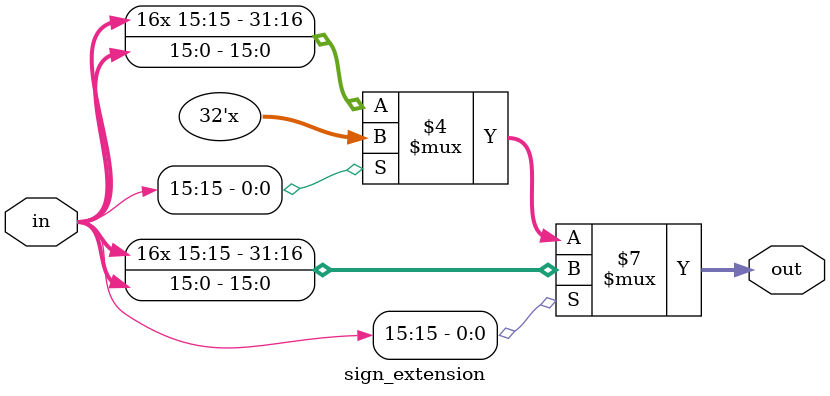
<source format=v>
module sign_extension(in,out);
input[15:0]in; 
output reg [31:0]out;
always@(in)
if(in[15]==1) 
begin
out<={{16{in[15]}},in}; 
end
else if (in[15]==0)
begin
out<={{16{in[15]}},in}; 
end
endmodule

</source>
